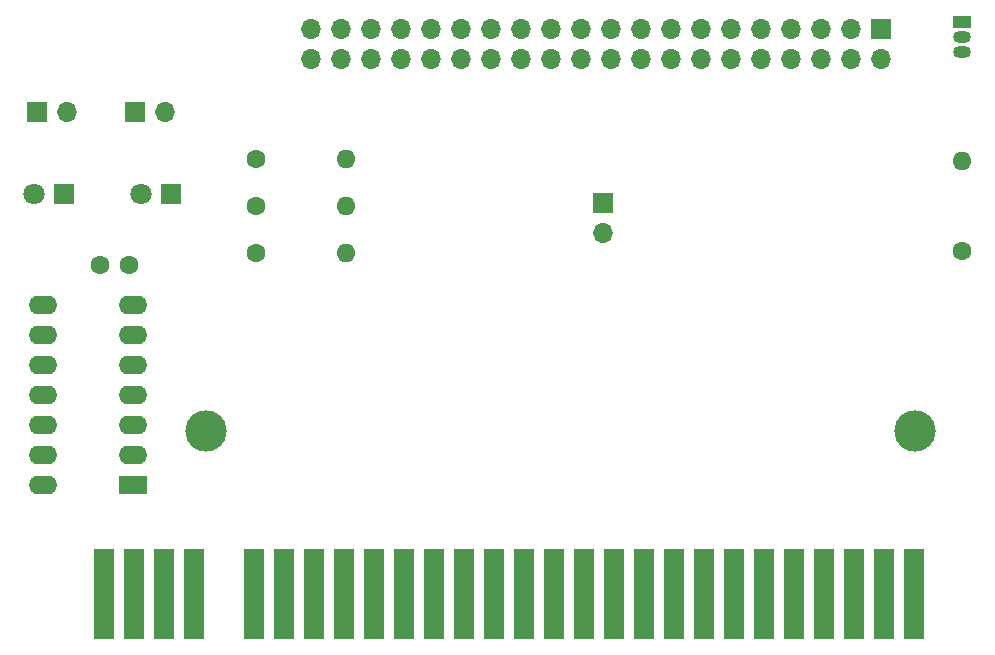
<source format=gbr>
%TF.GenerationSoftware,KiCad,Pcbnew,6.0.2+dfsg-1*%
%TF.CreationDate,2022-11-13T19:40:05+00:00*%
%TF.ProjectId,HDC,4844432e-6b69-4636-9164-5f7063625858,rev?*%
%TF.SameCoordinates,Original*%
%TF.FileFunction,Soldermask,Top*%
%TF.FilePolarity,Negative*%
%FSLAX46Y46*%
G04 Gerber Fmt 4.6, Leading zero omitted, Abs format (unit mm)*
G04 Created by KiCad (PCBNEW 6.0.2+dfsg-1) date 2022-11-13 19:40:05*
%MOMM*%
%LPD*%
G01*
G04 APERTURE LIST*
%ADD10C,1.600000*%
%ADD11O,1.600000X1.600000*%
%ADD12R,1.800000X1.800000*%
%ADD13C,1.800000*%
%ADD14R,2.400000X1.600000*%
%ADD15O,2.400000X1.600000*%
%ADD16C,3.500000*%
%ADD17R,1.780000X7.620000*%
%ADD18R,1.700000X1.700000*%
%ADD19O,1.700000X1.700000*%
%ADD20R,1.500000X1.050000*%
%ADD21O,1.500000X1.050000*%
G04 APERTURE END LIST*
D10*
%TO.C,R3*%
X114190000Y-116000000D03*
D11*
X121810000Y-116000000D03*
%TD*%
D12*
%TO.C,D1*%
X98000000Y-119000000D03*
D13*
X95460000Y-119000000D03*
%TD*%
D14*
%TO.C,U3*%
X103825000Y-143625000D03*
D15*
X103825000Y-141085000D03*
X103825000Y-138545000D03*
X103825000Y-136005000D03*
X103825000Y-133465000D03*
X103825000Y-130925000D03*
X103825000Y-128385000D03*
X96205000Y-128385000D03*
X96205000Y-130925000D03*
X96205000Y-133465000D03*
X96205000Y-136005000D03*
X96205000Y-138545000D03*
X96205000Y-141085000D03*
X96205000Y-143625000D03*
%TD*%
D10*
%TO.C,R2*%
X114190000Y-124000000D03*
D11*
X121810000Y-124000000D03*
%TD*%
D16*
%TO.C,H2*%
X170000000Y-139000000D03*
%TD*%
D17*
%TO.C,J1*%
X101340000Y-152875000D03*
X103880000Y-152875000D03*
X106420000Y-152875000D03*
X108960000Y-152875000D03*
X114040000Y-152875000D03*
X116580000Y-152875000D03*
X119120000Y-152875000D03*
X121660000Y-152875000D03*
X124200000Y-152875000D03*
X126740000Y-152875000D03*
X129280000Y-152875000D03*
X131820000Y-152875000D03*
X134360000Y-152875000D03*
X136900000Y-152875000D03*
X139440000Y-152875000D03*
X141980000Y-152875000D03*
X144520000Y-152875000D03*
X147060000Y-152875000D03*
X149600000Y-152875000D03*
X152140000Y-152875000D03*
X154680000Y-152875000D03*
X157220000Y-152875000D03*
X159760000Y-152875000D03*
X162300000Y-152875000D03*
X164840000Y-152875000D03*
X167380000Y-152875000D03*
X169920000Y-152875000D03*
%TD*%
D10*
%TO.C,R1*%
X174000000Y-123810000D03*
D11*
X174000000Y-116190000D03*
%TD*%
D18*
%TO.C,J5*%
X143625000Y-119725000D03*
D19*
X143625000Y-122265000D03*
%TD*%
D18*
%TO.C,J3*%
X104000000Y-112000000D03*
D19*
X106540000Y-112000000D03*
%TD*%
D10*
%TO.C,C1*%
X101000000Y-125000000D03*
X103500000Y-125000000D03*
%TD*%
%TO.C,R4*%
X114190000Y-120000000D03*
D11*
X121810000Y-120000000D03*
%TD*%
D18*
%TO.C,J4*%
X167155000Y-105000000D03*
D19*
X167155000Y-107540000D03*
X164615000Y-105000000D03*
X164615000Y-107540000D03*
X162075000Y-105000000D03*
X162075000Y-107540000D03*
X159535000Y-105000000D03*
X159535000Y-107540000D03*
X156995000Y-105000000D03*
X156995000Y-107540000D03*
X154455000Y-105000000D03*
X154455000Y-107540000D03*
X151915000Y-105000000D03*
X151915000Y-107540000D03*
X149375000Y-105000000D03*
X149375000Y-107540000D03*
X146835000Y-105000000D03*
X146835000Y-107540000D03*
X144295000Y-105000000D03*
X144295000Y-107540000D03*
X141755000Y-105000000D03*
X141755000Y-107540000D03*
X139215000Y-105000000D03*
X139215000Y-107540000D03*
X136675000Y-105000000D03*
X136675000Y-107540000D03*
X134135000Y-105000000D03*
X134135000Y-107540000D03*
X131595000Y-105000000D03*
X131595000Y-107540000D03*
X129055000Y-105000000D03*
X129055000Y-107540000D03*
X126515000Y-105000000D03*
X126515000Y-107540000D03*
X123975000Y-105000000D03*
X123975000Y-107540000D03*
X121435000Y-105000000D03*
X121435000Y-107540000D03*
X118895000Y-105000000D03*
X118895000Y-107540000D03*
%TD*%
D12*
%TO.C,D2*%
X107000000Y-119000000D03*
D13*
X104460000Y-119000000D03*
%TD*%
D18*
%TO.C,J2*%
X95725000Y-112000000D03*
D19*
X98265000Y-112000000D03*
%TD*%
D16*
%TO.C,H3*%
X110000000Y-139000000D03*
%TD*%
D20*
%TO.C,Q1*%
X174000000Y-104394000D03*
D21*
X174000000Y-105664000D03*
X174000000Y-106934000D03*
%TD*%
M02*

</source>
